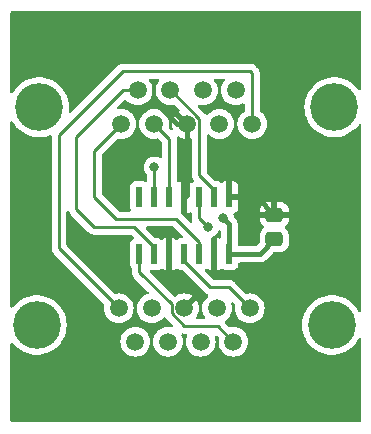
<source format=gtl>
%TF.GenerationSoftware,KiCad,Pcbnew,7.0.1-0*%
%TF.CreationDate,2023-04-20T22:45:14-04:00*%
%TF.ProjectId,Mousy,4d6f7573-792e-46b6-9963-61645f706362,rev?*%
%TF.SameCoordinates,Original*%
%TF.FileFunction,Copper,L1,Top*%
%TF.FilePolarity,Positive*%
%FSLAX46Y46*%
G04 Gerber Fmt 4.6, Leading zero omitted, Abs format (unit mm)*
G04 Created by KiCad (PCBNEW 7.0.1-0) date 2023-04-20 22:45:14*
%MOMM*%
%LPD*%
G01*
G04 APERTURE LIST*
G04 Aperture macros list*
%AMRoundRect*
0 Rectangle with rounded corners*
0 $1 Rounding radius*
0 $2 $3 $4 $5 $6 $7 $8 $9 X,Y pos of 4 corners*
0 Add a 4 corners polygon primitive as box body*
4,1,4,$2,$3,$4,$5,$6,$7,$8,$9,$2,$3,0*
0 Add four circle primitives for the rounded corners*
1,1,$1+$1,$2,$3*
1,1,$1+$1,$4,$5*
1,1,$1+$1,$6,$7*
1,1,$1+$1,$8,$9*
0 Add four rect primitives between the rounded corners*
20,1,$1+$1,$2,$3,$4,$5,0*
20,1,$1+$1,$4,$5,$6,$7,0*
20,1,$1+$1,$6,$7,$8,$9,0*
20,1,$1+$1,$8,$9,$2,$3,0*%
G04 Aperture macros list end*
%TA.AperFunction,SMDPad,CuDef*%
%ADD10R,0.508000X1.676400*%
%TD*%
%TA.AperFunction,ComponentPad*%
%ADD11C,1.498600*%
%TD*%
%TA.AperFunction,ComponentPad*%
%ADD12C,4.048000*%
%TD*%
%TA.AperFunction,SMDPad,CuDef*%
%ADD13RoundRect,0.250000X0.475000X-0.337500X0.475000X0.337500X-0.475000X0.337500X-0.475000X-0.337500X0*%
%TD*%
%TA.AperFunction,ViaPad*%
%ADD14C,0.800000*%
%TD*%
%TA.AperFunction,Conductor*%
%ADD15C,0.400000*%
%TD*%
%TA.AperFunction,Conductor*%
%ADD16C,0.250000*%
%TD*%
G04 APERTURE END LIST*
D10*
%TO.P,U1,1*%
%TO.N,GND*%
X196850000Y-71120000D03*
%TO.P,U1,2*%
%TO.N,/YDIR_IN*%
X195580000Y-71120000D03*
%TO.P,U1,3*%
%TO.N,/YDIR_OUT*%
X194310000Y-71120000D03*
%TO.P,U1,4*%
%TO.N,GND*%
X193040000Y-71120000D03*
%TO.P,U1,5*%
%TO.N,/XDIR_IN*%
X191770000Y-71120000D03*
%TO.P,U1,6*%
%TO.N,/XDIR_OUT*%
X190500000Y-71120000D03*
%TO.P,U1,7*%
%TO.N,N/C*%
X189230000Y-71120000D03*
%TO.P,U1,8*%
%TO.N,/YMOVE_OUT*%
X189230000Y-75946000D03*
%TO.P,U1,9*%
%TO.N,/YMOVE_IN*%
X190500000Y-75946000D03*
%TO.P,U1,10*%
%TO.N,GND*%
X191770000Y-75946000D03*
%TO.P,U1,11*%
%TO.N,/XMOVE_OUT*%
X193040000Y-75946000D03*
%TO.P,U1,12*%
%TO.N,/XMOVE_IN*%
X194310000Y-75946000D03*
%TO.P,U1,13*%
%TO.N,GND*%
X195580000Y-75946000D03*
%TO.P,U1,14*%
%TO.N,N/C*%
X196850000Y-75946000D03*
%TD*%
D11*
%TO.P,J2,1,1*%
%TO.N,/MOUSE_ID*%
X198784999Y-64920000D03*
%TO.P,J2,2,2*%
%TO.N,VCC*%
X196015000Y-64920000D03*
%TO.P,J2,3,3*%
%TO.N,GND*%
X193245000Y-64920000D03*
%TO.P,J2,4,4*%
%TO.N,/XDIR_IN*%
X190475000Y-64920000D03*
%TO.P,J2,5,5*%
%TO.N,/XMOVE_IN*%
X187705001Y-64920000D03*
%TO.P,J2,6,6*%
%TO.N,unconnected-(J2-Pad6)*%
X197400001Y-62080001D03*
%TO.P,J2,7,7*%
%TO.N,/BUTTON*%
X194630001Y-62080001D03*
%TO.P,J2,8,8*%
%TO.N,/YDIR_IN*%
X191860002Y-62080001D03*
%TO.P,J2,9,9*%
%TO.N,/YMOVE_IN*%
X189090002Y-62080001D03*
D12*
%TO.P,J2,10*%
%TO.N,N/C*%
X180750000Y-63500000D03*
%TO.P,J2,11*%
X205740000Y-63500000D03*
%TD*%
D13*
%TO.P,C1,1*%
%TO.N,VCC*%
X200660000Y-74697500D03*
%TO.P,C1,2*%
%TO.N,GND*%
X200660000Y-72622500D03*
%TD*%
D11*
%TO.P,J1,1,1*%
%TO.N,/MOUSE_ID*%
X187500001Y-80520002D03*
%TO.P,J1,2,2*%
%TO.N,VCC*%
X190270000Y-80520002D03*
%TO.P,J1,3,3*%
%TO.N,GND*%
X193040000Y-80520002D03*
%TO.P,J1,4,4*%
%TO.N,/XDIR_OUT*%
X195810000Y-80520002D03*
%TO.P,J1,5,5*%
%TO.N,/XMOVE_OUT*%
X198579999Y-80520002D03*
%TO.P,J1,6,6*%
%TO.N,unconnected-(J1-Pad6)*%
X188884999Y-83360001D03*
%TO.P,J1,7,7*%
%TO.N,/BUTTON*%
X191654999Y-83360001D03*
%TO.P,J1,8,8*%
%TO.N,/YDIR_OUT*%
X194424998Y-83360001D03*
%TO.P,J1,9,9*%
%TO.N,/YMOVE_OUT*%
X197194998Y-83360001D03*
D12*
%TO.P,J1,10*%
%TO.N,N/C*%
X205535000Y-81940002D03*
%TO.P,J1,11*%
X180545000Y-81940002D03*
%TD*%
D14*
%TO.N,GND*%
X190754000Y-63246000D03*
X190754000Y-58674000D03*
%TO.N,VCC*%
X196342000Y-72898000D03*
%TO.N,GND*%
X190246000Y-85344000D03*
X191770000Y-78232000D03*
%TO.N,/XDIR_OUT*%
X190500000Y-68580000D03*
%TO.N,/YDIR_OUT*%
X195072000Y-73660000D03*
%TD*%
D15*
%TO.N,GND*%
X193245000Y-64920000D02*
X192428000Y-64920000D01*
X192428000Y-64920000D02*
X190754000Y-63246000D01*
%TO.N,VCC*%
X199411500Y-75946000D02*
X196850000Y-75946000D01*
X196850000Y-73406000D02*
X196850000Y-75946000D01*
X196342000Y-72898000D02*
X196850000Y-73406000D01*
X200660000Y-74697500D02*
X199411500Y-75946000D01*
%TO.N,GND*%
X193040000Y-65125000D02*
X193245000Y-64920000D01*
X193245000Y-64920000D02*
X193245000Y-70915000D01*
X193245000Y-70915000D02*
X193040000Y-71120000D01*
X200660000Y-72622500D02*
X199157500Y-71120000D01*
X199157500Y-71120000D02*
X196850000Y-71120000D01*
X191770000Y-75946000D02*
X191770000Y-78232000D01*
D16*
%TO.N,/MOUSE_ID*%
X198784999Y-64920000D02*
X198784999Y-60608999D01*
X187831604Y-60452000D02*
X182430000Y-65853604D01*
X198784999Y-60608999D02*
X198628000Y-60452000D01*
X182430000Y-65853604D02*
X182430000Y-75450001D01*
X182430000Y-75450001D02*
X187500001Y-80520002D01*
X198628000Y-60452000D02*
X187831604Y-60452000D01*
%TO.N,/XDIR_OUT*%
X190500000Y-71120000D02*
X190500000Y-68580000D01*
%TO.N,/XMOVE_OUT*%
X195249800Y-78740000D02*
X196799997Y-78740000D01*
X193040000Y-76530200D02*
X195249800Y-78740000D01*
X193040000Y-75946000D02*
X193040000Y-76530200D01*
X196799997Y-78740000D02*
X198579999Y-80520002D01*
%TO.N,/YDIR_OUT*%
X195072000Y-73660000D02*
X194310000Y-72898000D01*
X194310000Y-72898000D02*
X194310000Y-71120000D01*
%TO.N,/YMOVE_OUT*%
X189230000Y-75946000D02*
X189230000Y-77470000D01*
X191965700Y-80205700D02*
X191965700Y-80964992D01*
X195876997Y-82042000D02*
X197194998Y-83360001D01*
X193042708Y-82042000D02*
X195876997Y-82042000D01*
X191965700Y-80964992D02*
X193042708Y-82042000D01*
X189230000Y-77470000D02*
X191965700Y-80205700D01*
%TO.N,/XDIR_IN*%
X191770000Y-66215000D02*
X190475000Y-64920000D01*
X191770000Y-71120000D02*
X191770000Y-66215000D01*
%TO.N,/XMOVE_IN*%
X185420000Y-71120000D02*
X185420000Y-67205001D01*
X194310000Y-75946000D02*
X194310000Y-74930000D01*
X192349000Y-72969000D02*
X187269000Y-72969000D01*
X194310000Y-74930000D02*
X192349000Y-72969000D01*
X185420000Y-67205001D02*
X187705001Y-64920000D01*
X187269000Y-72969000D02*
X185420000Y-71120000D01*
%TO.N,/YDIR_IN*%
X195580000Y-70535800D02*
X194319300Y-69275100D01*
X191924291Y-62080001D02*
X191860002Y-62080001D01*
X194319300Y-69275100D02*
X194319300Y-64475010D01*
X195580000Y-71120000D02*
X195580000Y-70535800D01*
X194319300Y-64475010D02*
X191924291Y-62080001D01*
%TO.N,/YMOVE_IN*%
X183896000Y-66040000D02*
X187855999Y-62080001D01*
X190500000Y-75946000D02*
X190500000Y-75361800D01*
X185420000Y-73660000D02*
X183896000Y-72136000D01*
X183896000Y-72136000D02*
X183896000Y-66040000D01*
X187855999Y-62080001D02*
X189090002Y-62080001D01*
X190500000Y-75361800D02*
X188798200Y-73660000D01*
X188798200Y-73660000D02*
X185420000Y-73660000D01*
%TD*%
%TA.AperFunction,Conductor*%
%TO.N,GND*%
G36*
X207964000Y-55388613D02*
G01*
X208009387Y-55434000D01*
X208026000Y-55496000D01*
X208026000Y-61963940D01*
X208009903Y-62025038D01*
X207965791Y-62070273D01*
X207905116Y-62087901D01*
X207843633Y-62073344D01*
X207797306Y-62030386D01*
X207786401Y-62013202D01*
X207583920Y-61768444D01*
X207583919Y-61768443D01*
X207352356Y-61550991D01*
X207095369Y-61364279D01*
X206817006Y-61211248D01*
X206521653Y-61094310D01*
X206213981Y-61015313D01*
X205898829Y-60975500D01*
X205898828Y-60975500D01*
X205581172Y-60975500D01*
X205581171Y-60975500D01*
X205266018Y-61015313D01*
X204958346Y-61094310D01*
X204662993Y-61211248D01*
X204384630Y-61364279D01*
X204127643Y-61550991D01*
X203896079Y-61768444D01*
X203693598Y-62013203D01*
X203523391Y-62281404D01*
X203388138Y-62568832D01*
X203289978Y-62870937D01*
X203230454Y-63182976D01*
X203210508Y-63500000D01*
X203230454Y-63817023D01*
X203230454Y-63817027D01*
X203230455Y-63817029D01*
X203233598Y-63833506D01*
X203289978Y-64129062D01*
X203388138Y-64431167D01*
X203523391Y-64718595D01*
X203595563Y-64832319D01*
X203693599Y-64986798D01*
X203818563Y-65137854D01*
X203896079Y-65231555D01*
X204127643Y-65449008D01*
X204384630Y-65635720D01*
X204549628Y-65726428D01*
X204662995Y-65788752D01*
X204958344Y-65905689D01*
X205266021Y-65984687D01*
X205527897Y-66017769D01*
X205581171Y-66024500D01*
X205581172Y-66024500D01*
X205898828Y-66024500D01*
X205898829Y-66024500D01*
X205944398Y-66018743D01*
X206213979Y-65984687D01*
X206521656Y-65905689D01*
X206817005Y-65788752D01*
X207095369Y-65635720D01*
X207095369Y-65635719D01*
X207352356Y-65449008D01*
X207462133Y-65345921D01*
X207583920Y-65231556D01*
X207786401Y-64986798D01*
X207797306Y-64969613D01*
X207843633Y-64926656D01*
X207905116Y-64912099D01*
X207965791Y-64929727D01*
X208009903Y-64974962D01*
X208026000Y-65036060D01*
X208026000Y-80749774D01*
X208008333Y-80813565D01*
X207960367Y-80859178D01*
X207895770Y-80873617D01*
X207832947Y-80852768D01*
X207789801Y-80802570D01*
X207759347Y-80737853D01*
X207751610Y-80721410D01*
X207751609Y-80721409D01*
X207751608Y-80721406D01*
X207623792Y-80520002D01*
X207581401Y-80453204D01*
X207378920Y-80208446D01*
X207313035Y-80146576D01*
X207147356Y-79990993D01*
X206890369Y-79804281D01*
X206612006Y-79651250D01*
X206316653Y-79534312D01*
X206008981Y-79455315D01*
X205693829Y-79415502D01*
X205693828Y-79415502D01*
X205376172Y-79415502D01*
X205376171Y-79415502D01*
X205061018Y-79455315D01*
X204753346Y-79534312D01*
X204457993Y-79651250D01*
X204179630Y-79804281D01*
X203922643Y-79990993D01*
X203691079Y-80208446D01*
X203488598Y-80453205D01*
X203318391Y-80721406D01*
X203183138Y-81008834D01*
X203084978Y-81310939D01*
X203025454Y-81622978D01*
X203005508Y-81940002D01*
X203025454Y-82257025D01*
X203084978Y-82569064D01*
X203183138Y-82871169D01*
X203318391Y-83158597D01*
X203446206Y-83360000D01*
X203488599Y-83426800D01*
X203517544Y-83461788D01*
X203691079Y-83671557D01*
X203922643Y-83889010D01*
X204179630Y-84075722D01*
X204344626Y-84166429D01*
X204457995Y-84228754D01*
X204753344Y-84345691D01*
X205061021Y-84424689D01*
X205322897Y-84457771D01*
X205376171Y-84464502D01*
X205376172Y-84464502D01*
X205693828Y-84464502D01*
X205693829Y-84464502D01*
X205739398Y-84458745D01*
X206008979Y-84424689D01*
X206316656Y-84345691D01*
X206612005Y-84228754D01*
X206890369Y-84075722D01*
X207012092Y-83987285D01*
X207147356Y-83889010D01*
X207253759Y-83789091D01*
X207378920Y-83671558D01*
X207581401Y-83426800D01*
X207751610Y-83158594D01*
X207789800Y-83077434D01*
X207832947Y-83027236D01*
X207895770Y-83006387D01*
X207960367Y-83020826D01*
X208008333Y-83066439D01*
X208026000Y-83130230D01*
X208026000Y-90046000D01*
X208009387Y-90108000D01*
X207964000Y-90153387D01*
X207902000Y-90170000D01*
X178432000Y-90170000D01*
X178370000Y-90153387D01*
X178324613Y-90108000D01*
X178308000Y-90046000D01*
X178308000Y-83540828D01*
X178322596Y-83482461D01*
X178362948Y-83437834D01*
X178419555Y-83417454D01*
X178479093Y-83426119D01*
X178527544Y-83461788D01*
X178701079Y-83671557D01*
X178932643Y-83889010D01*
X179189630Y-84075722D01*
X179354626Y-84166429D01*
X179467995Y-84228754D01*
X179763344Y-84345691D01*
X180071021Y-84424689D01*
X180332897Y-84457771D01*
X180386171Y-84464502D01*
X180386172Y-84464502D01*
X180703828Y-84464502D01*
X180703829Y-84464502D01*
X180749398Y-84458745D01*
X181018979Y-84424689D01*
X181326656Y-84345691D01*
X181622005Y-84228754D01*
X181900369Y-84075722D01*
X182022092Y-83987285D01*
X182157356Y-83889010D01*
X182263759Y-83789091D01*
X182388920Y-83671558D01*
X182591401Y-83426800D01*
X182633794Y-83360000D01*
X187630424Y-83360000D01*
X187649484Y-83577852D01*
X187649485Y-83577855D01*
X187706085Y-83789091D01*
X187798506Y-83987288D01*
X187923940Y-84166426D01*
X188078574Y-84321060D01*
X188257712Y-84446494D01*
X188455909Y-84538915D01*
X188667145Y-84595515D01*
X188884999Y-84614575D01*
X189102853Y-84595515D01*
X189314089Y-84538915D01*
X189512286Y-84446494D01*
X189691424Y-84321060D01*
X189846058Y-84166426D01*
X189971492Y-83987288D01*
X190063913Y-83789091D01*
X190120513Y-83577855D01*
X190139573Y-83360001D01*
X190120513Y-83142147D01*
X190063913Y-82930911D01*
X189971492Y-82732714D01*
X189846058Y-82553576D01*
X189691424Y-82398942D01*
X189512286Y-82273508D01*
X189420903Y-82230895D01*
X189314090Y-82181087D01*
X189102850Y-82124486D01*
X188884999Y-82105426D01*
X188667147Y-82124486D01*
X188455907Y-82181087D01*
X188257714Y-82273507D01*
X188257712Y-82273508D01*
X188078574Y-82398942D01*
X188078570Y-82398945D01*
X187923943Y-82553572D01*
X187923940Y-82553575D01*
X187923940Y-82553576D01*
X187840907Y-82672160D01*
X187798505Y-82732716D01*
X187706085Y-82930909D01*
X187649484Y-83142149D01*
X187630424Y-83360000D01*
X182633794Y-83360000D01*
X182761610Y-83158594D01*
X182896861Y-82871170D01*
X182995022Y-82569061D01*
X183054545Y-82257031D01*
X183074491Y-81940002D01*
X183054545Y-81622973D01*
X182995022Y-81310943D01*
X182986394Y-81284390D01*
X182896861Y-81008834D01*
X182769347Y-80737853D01*
X182761610Y-80721410D01*
X182761609Y-80721409D01*
X182761608Y-80721406D01*
X182633792Y-80520002D01*
X182591401Y-80453204D01*
X182388920Y-80208446D01*
X182323035Y-80146576D01*
X182157356Y-79990993D01*
X181900369Y-79804281D01*
X181622006Y-79651250D01*
X181326653Y-79534312D01*
X181018981Y-79455315D01*
X180703829Y-79415502D01*
X180703828Y-79415502D01*
X180386172Y-79415502D01*
X180386171Y-79415502D01*
X180071018Y-79455315D01*
X179763346Y-79534312D01*
X179467993Y-79651250D01*
X179189630Y-79804281D01*
X178932643Y-79990993D01*
X178701079Y-80208446D01*
X178527544Y-80418216D01*
X178479093Y-80453885D01*
X178419555Y-80462550D01*
X178362948Y-80442170D01*
X178322596Y-80397543D01*
X178308000Y-80339176D01*
X178308000Y-64790246D01*
X178324097Y-64729148D01*
X178368209Y-64683913D01*
X178428884Y-64666285D01*
X178490367Y-64680842D01*
X178536696Y-64723803D01*
X178605563Y-64832319D01*
X178703599Y-64986798D01*
X178828563Y-65137854D01*
X178906079Y-65231555D01*
X179137643Y-65449008D01*
X179394630Y-65635720D01*
X179559628Y-65726428D01*
X179672995Y-65788752D01*
X179968344Y-65905689D01*
X180276021Y-65984687D01*
X180537897Y-66017769D01*
X180591171Y-66024500D01*
X180591172Y-66024500D01*
X180908828Y-66024500D01*
X180908829Y-66024500D01*
X180954398Y-66018743D01*
X181223979Y-65984687D01*
X181531656Y-65905689D01*
X181531655Y-65905689D01*
X181634853Y-65864831D01*
X181694107Y-65856872D01*
X181750198Y-65877565D01*
X181790087Y-65922100D01*
X181804500Y-65980123D01*
X181804500Y-75367257D01*
X181802235Y-75387763D01*
X181804439Y-75457874D01*
X181804500Y-75461769D01*
X181804500Y-75489350D01*
X181805003Y-75493335D01*
X181805918Y-75504968D01*
X181807290Y-75548627D01*
X181812879Y-75567861D01*
X181816825Y-75586917D01*
X181819335Y-75606793D01*
X181835414Y-75647405D01*
X181839197Y-75658452D01*
X181851382Y-75700392D01*
X181861580Y-75717636D01*
X181870136Y-75735101D01*
X181877514Y-75753733D01*
X181877515Y-75753734D01*
X181903180Y-75789060D01*
X181909593Y-75798823D01*
X181931826Y-75836417D01*
X181931829Y-75836420D01*
X181931830Y-75836421D01*
X181945995Y-75850586D01*
X181958627Y-75865376D01*
X181970406Y-75881588D01*
X182004058Y-75909427D01*
X182012699Y-75917290D01*
X186241984Y-80146576D01*
X186274078Y-80202162D01*
X186274078Y-80266348D01*
X186264486Y-80302145D01*
X186245426Y-80520002D01*
X186264486Y-80737853D01*
X186300863Y-80873617D01*
X186321087Y-80949092D01*
X186413508Y-81147289D01*
X186538942Y-81326427D01*
X186693576Y-81481061D01*
X186872714Y-81606495D01*
X187070911Y-81698916D01*
X187282147Y-81755516D01*
X187500001Y-81774576D01*
X187717855Y-81755516D01*
X187929091Y-81698916D01*
X188127288Y-81606495D01*
X188306426Y-81481061D01*
X188461060Y-81326427D01*
X188586494Y-81147289D01*
X188678915Y-80949092D01*
X188735515Y-80737856D01*
X188754575Y-80520002D01*
X188735515Y-80302148D01*
X188678915Y-80090912D01*
X188586494Y-79892715D01*
X188461060Y-79713577D01*
X188306426Y-79558943D01*
X188127288Y-79433509D01*
X188035905Y-79390896D01*
X187929092Y-79341088D01*
X187717852Y-79284487D01*
X187500001Y-79265427D01*
X187282144Y-79284487D01*
X187246347Y-79294079D01*
X187182161Y-79294079D01*
X187126575Y-79261985D01*
X183091819Y-75227229D01*
X183064939Y-75187001D01*
X183055500Y-75139548D01*
X183055500Y-72362324D01*
X183073977Y-72297201D01*
X183123903Y-72251487D01*
X183190397Y-72238804D01*
X183253644Y-72262932D01*
X183294794Y-72316682D01*
X183301415Y-72333407D01*
X183305197Y-72344451D01*
X183317382Y-72386391D01*
X183327580Y-72403635D01*
X183336136Y-72421100D01*
X183343514Y-72439732D01*
X183343515Y-72439733D01*
X183369180Y-72475059D01*
X183375593Y-72484822D01*
X183397826Y-72522416D01*
X183397829Y-72522419D01*
X183397830Y-72522420D01*
X183411995Y-72536585D01*
X183424627Y-72551375D01*
X183436406Y-72567587D01*
X183470058Y-72595426D01*
X183478699Y-72603289D01*
X184919196Y-74043787D01*
X184932096Y-74059888D01*
X184983223Y-74107900D01*
X184986019Y-74110610D01*
X185005529Y-74130120D01*
X185008711Y-74132588D01*
X185017571Y-74140155D01*
X185049417Y-74170061D01*
X185049418Y-74170062D01*
X185066970Y-74179711D01*
X185083238Y-74190397D01*
X185099064Y-74202673D01*
X185139146Y-74220017D01*
X185149633Y-74225155D01*
X185187907Y-74246197D01*
X185196410Y-74248379D01*
X185207308Y-74251178D01*
X185225713Y-74257478D01*
X185244104Y-74265437D01*
X185287250Y-74272270D01*
X185298668Y-74274635D01*
X185340981Y-74285500D01*
X185361016Y-74285500D01*
X185380415Y-74287027D01*
X185400196Y-74290160D01*
X185443674Y-74286050D01*
X185455344Y-74285500D01*
X188487748Y-74285500D01*
X188535201Y-74294939D01*
X188575429Y-74321819D01*
X188737675Y-74484065D01*
X188771160Y-74545387D01*
X188766176Y-74615079D01*
X188724306Y-74671012D01*
X188618454Y-74750253D01*
X188532204Y-74865468D01*
X188481909Y-75000316D01*
X188475500Y-75059930D01*
X188475500Y-76832069D01*
X188481909Y-76891684D01*
X188532204Y-77026532D01*
X188579767Y-77090068D01*
X188598154Y-77125219D01*
X188604500Y-77164378D01*
X188604500Y-77387256D01*
X188602235Y-77407762D01*
X188604439Y-77477873D01*
X188604500Y-77481768D01*
X188604500Y-77509349D01*
X188605003Y-77513334D01*
X188605918Y-77524967D01*
X188607290Y-77568626D01*
X188612879Y-77587860D01*
X188616825Y-77606916D01*
X188619335Y-77626792D01*
X188635414Y-77667404D01*
X188639197Y-77678451D01*
X188651382Y-77720391D01*
X188661580Y-77737635D01*
X188670136Y-77755100D01*
X188677514Y-77773732D01*
X188677515Y-77773733D01*
X188703180Y-77809059D01*
X188709593Y-77818822D01*
X188731826Y-77856416D01*
X188731829Y-77856419D01*
X188731830Y-77856420D01*
X188745995Y-77870585D01*
X188758627Y-77885375D01*
X188770406Y-77901587D01*
X188804058Y-77929426D01*
X188812698Y-77937288D01*
X189985259Y-79109850D01*
X190017352Y-79165435D01*
X190017352Y-79229622D01*
X189985259Y-79285210D01*
X189929672Y-79317304D01*
X189883179Y-79329761D01*
X189840910Y-79341088D01*
X189642713Y-79433509D01*
X189492809Y-79538473D01*
X189463571Y-79558946D01*
X189308944Y-79713573D01*
X189308941Y-79713576D01*
X189308941Y-79713577D01*
X189245430Y-79804281D01*
X189183506Y-79892717D01*
X189091086Y-80090910D01*
X189034485Y-80302150D01*
X189015425Y-80520002D01*
X189034485Y-80737853D01*
X189070862Y-80873617D01*
X189091086Y-80949092D01*
X189183507Y-81147289D01*
X189308941Y-81326427D01*
X189463575Y-81481061D01*
X189642713Y-81606495D01*
X189840910Y-81698916D01*
X190052146Y-81755516D01*
X190270000Y-81774576D01*
X190487854Y-81755516D01*
X190699090Y-81698916D01*
X190897287Y-81606495D01*
X191076425Y-81481061D01*
X191231059Y-81326427D01*
X191240883Y-81312396D01*
X191287318Y-81272454D01*
X191347213Y-81259612D01*
X191405947Y-81277009D01*
X191449187Y-81320398D01*
X191467527Y-81351409D01*
X191467529Y-81351411D01*
X191467530Y-81351412D01*
X191481695Y-81365577D01*
X191494327Y-81380367D01*
X191506106Y-81396579D01*
X191539758Y-81424418D01*
X191548399Y-81432281D01*
X192047979Y-81931862D01*
X192080073Y-81987450D01*
X192080073Y-82051637D01*
X192047979Y-82107224D01*
X191992392Y-82139318D01*
X191928205Y-82139318D01*
X191872852Y-82124486D01*
X191654999Y-82105426D01*
X191437147Y-82124486D01*
X191225907Y-82181087D01*
X191027714Y-82273507D01*
X191027712Y-82273508D01*
X190848574Y-82398942D01*
X190848570Y-82398945D01*
X190693943Y-82553572D01*
X190693940Y-82553575D01*
X190693940Y-82553576D01*
X190610907Y-82672160D01*
X190568505Y-82732716D01*
X190476085Y-82930909D01*
X190419484Y-83142149D01*
X190400424Y-83360000D01*
X190419484Y-83577852D01*
X190419485Y-83577855D01*
X190476085Y-83789091D01*
X190568506Y-83987288D01*
X190693940Y-84166426D01*
X190848574Y-84321060D01*
X191027712Y-84446494D01*
X191225909Y-84538915D01*
X191437145Y-84595515D01*
X191654999Y-84614575D01*
X191872853Y-84595515D01*
X192084089Y-84538915D01*
X192282286Y-84446494D01*
X192461424Y-84321060D01*
X192616058Y-84166426D01*
X192741492Y-83987288D01*
X192833913Y-83789091D01*
X192890513Y-83577855D01*
X192909573Y-83360001D01*
X192890513Y-83142147D01*
X192833913Y-82930911D01*
X192787586Y-82831564D01*
X192776988Y-82763298D01*
X192804564Y-82699953D01*
X192861755Y-82661196D01*
X192930806Y-82659057D01*
X192963689Y-82667500D01*
X192983724Y-82667500D01*
X193003123Y-82669027D01*
X193022904Y-82672160D01*
X193066382Y-82668050D01*
X193078052Y-82667500D01*
X193174274Y-82667500D01*
X193233917Y-82682786D01*
X193278855Y-82724875D01*
X193298009Y-82783390D01*
X193286656Y-82843905D01*
X193246084Y-82930910D01*
X193189483Y-83142149D01*
X193170423Y-83360000D01*
X193189483Y-83577852D01*
X193189484Y-83577855D01*
X193246084Y-83789091D01*
X193338505Y-83987288D01*
X193463939Y-84166426D01*
X193618573Y-84321060D01*
X193797711Y-84446494D01*
X193995908Y-84538915D01*
X194207144Y-84595515D01*
X194424998Y-84614575D01*
X194642852Y-84595515D01*
X194854088Y-84538915D01*
X195052285Y-84446494D01*
X195231423Y-84321060D01*
X195386057Y-84166426D01*
X195511491Y-83987288D01*
X195603912Y-83789091D01*
X195660512Y-83577855D01*
X195679572Y-83360001D01*
X195660512Y-83142147D01*
X195622148Y-82998969D01*
X195622148Y-82934786D01*
X195654242Y-82879198D01*
X195709829Y-82847104D01*
X195774016Y-82847104D01*
X195829604Y-82879198D01*
X195936981Y-82986575D01*
X195969075Y-83042161D01*
X195969075Y-83106347D01*
X195959483Y-83142144D01*
X195940423Y-83360001D01*
X195959483Y-83577852D01*
X195959484Y-83577855D01*
X196016084Y-83789091D01*
X196108505Y-83987288D01*
X196233939Y-84166426D01*
X196388573Y-84321060D01*
X196567711Y-84446494D01*
X196765908Y-84538915D01*
X196977144Y-84595515D01*
X197194998Y-84614575D01*
X197412852Y-84595515D01*
X197624088Y-84538915D01*
X197822285Y-84446494D01*
X198001423Y-84321060D01*
X198156057Y-84166426D01*
X198281491Y-83987288D01*
X198373912Y-83789091D01*
X198430512Y-83577855D01*
X198449572Y-83360001D01*
X198430512Y-83142147D01*
X198373912Y-82930911D01*
X198281491Y-82732714D01*
X198156057Y-82553576D01*
X198001423Y-82398942D01*
X197822285Y-82273508D01*
X197730902Y-82230895D01*
X197624089Y-82181087D01*
X197412849Y-82124486D01*
X197194998Y-82105426D01*
X196977141Y-82124486D01*
X196941344Y-82134078D01*
X196877158Y-82134078D01*
X196821572Y-82101984D01*
X196476375Y-81756787D01*
X196447534Y-81711517D01*
X196440528Y-81658299D01*
X196456669Y-81607106D01*
X196492929Y-81567533D01*
X196616425Y-81481061D01*
X196771059Y-81326427D01*
X196896493Y-81147289D01*
X196988914Y-80949092D01*
X197045514Y-80737856D01*
X197064574Y-80520002D01*
X197045514Y-80302148D01*
X197007151Y-80158974D01*
X197007151Y-80094789D01*
X197039245Y-80039201D01*
X197094832Y-80007107D01*
X197159020Y-80007107D01*
X197214607Y-80039201D01*
X197321982Y-80146576D01*
X197354076Y-80202162D01*
X197354076Y-80266348D01*
X197344484Y-80302145D01*
X197325424Y-80520002D01*
X197344484Y-80737853D01*
X197380861Y-80873617D01*
X197401085Y-80949092D01*
X197493506Y-81147289D01*
X197618940Y-81326427D01*
X197773574Y-81481061D01*
X197952712Y-81606495D01*
X198150909Y-81698916D01*
X198362145Y-81755516D01*
X198579999Y-81774576D01*
X198797853Y-81755516D01*
X199009089Y-81698916D01*
X199207286Y-81606495D01*
X199386424Y-81481061D01*
X199541058Y-81326427D01*
X199666492Y-81147289D01*
X199758913Y-80949092D01*
X199815513Y-80737856D01*
X199834573Y-80520002D01*
X199815513Y-80302148D01*
X199758913Y-80090912D01*
X199666492Y-79892715D01*
X199541058Y-79713577D01*
X199386424Y-79558943D01*
X199207286Y-79433509D01*
X199115903Y-79390896D01*
X199009090Y-79341088D01*
X198797850Y-79284487D01*
X198579999Y-79265427D01*
X198362142Y-79284487D01*
X198326345Y-79294079D01*
X198262159Y-79294079D01*
X198206573Y-79261985D01*
X197300799Y-78356211D01*
X197287903Y-78340113D01*
X197236772Y-78292098D01*
X197233975Y-78289387D01*
X197214467Y-78269879D01*
X197211287Y-78267412D01*
X197202421Y-78259839D01*
X197170579Y-78229938D01*
X197153021Y-78220285D01*
X197136761Y-78209604D01*
X197120933Y-78197327D01*
X197080848Y-78179980D01*
X197070358Y-78174841D01*
X197032088Y-78153802D01*
X197012688Y-78148821D01*
X196994281Y-78142519D01*
X196975894Y-78134562D01*
X196932755Y-78127729D01*
X196921321Y-78125361D01*
X196879016Y-78114500D01*
X196858981Y-78114500D01*
X196839583Y-78112973D01*
X196832159Y-78111797D01*
X196819802Y-78109840D01*
X196819801Y-78109840D01*
X196786748Y-78112964D01*
X196776322Y-78113950D01*
X196764653Y-78114500D01*
X195560253Y-78114500D01*
X195512800Y-78105061D01*
X195472572Y-78078181D01*
X194802324Y-77407933D01*
X194768839Y-77346610D01*
X194773823Y-77276919D01*
X194815692Y-77220987D01*
X194871108Y-77179503D01*
X194919057Y-77157605D01*
X194971774Y-77157605D01*
X195019727Y-77179504D01*
X195083911Y-77227552D01*
X195218624Y-77277797D01*
X195278176Y-77284200D01*
X195330000Y-77284200D01*
X195330000Y-74611378D01*
X195339029Y-74564927D01*
X195364802Y-74525241D01*
X195403564Y-74498099D01*
X195524730Y-74444151D01*
X195677870Y-74332889D01*
X195712041Y-74294939D01*
X195804533Y-74192216D01*
X195899179Y-74028284D01*
X195907568Y-74002463D01*
X195946460Y-73945238D01*
X196009959Y-73917760D01*
X196078297Y-73928584D01*
X196130197Y-73974340D01*
X196149500Y-74040782D01*
X196149500Y-74513234D01*
X196135376Y-74570709D01*
X196096220Y-74615090D01*
X196040954Y-74636267D01*
X195982167Y-74629416D01*
X195941377Y-74614202D01*
X195881824Y-74607800D01*
X195830000Y-74607800D01*
X195830000Y-77284200D01*
X195881824Y-77284200D01*
X195941375Y-77277797D01*
X196076089Y-77227552D01*
X196140271Y-77179505D01*
X196188224Y-77157605D01*
X196240941Y-77157605D01*
X196288891Y-77179503D01*
X196353669Y-77227996D01*
X196488517Y-77278291D01*
X196548127Y-77284700D01*
X197151872Y-77284699D01*
X197211483Y-77278291D01*
X197346331Y-77227996D01*
X197461546Y-77141746D01*
X197547796Y-77026531D01*
X197598091Y-76891683D01*
X197604500Y-76832073D01*
X197604500Y-76770500D01*
X197621113Y-76708500D01*
X197666500Y-76663113D01*
X197728500Y-76646500D01*
X199386579Y-76646500D01*
X199394066Y-76646726D01*
X199397206Y-76646915D01*
X199454106Y-76650358D01*
X199513282Y-76639513D01*
X199520681Y-76638387D01*
X199580372Y-76631140D01*
X199589835Y-76627550D01*
X199611458Y-76621522D01*
X199621432Y-76619695D01*
X199676308Y-76594996D01*
X199683173Y-76592152D01*
X199739430Y-76570818D01*
X199747770Y-76565060D01*
X199767319Y-76554035D01*
X199776557Y-76549878D01*
X199823913Y-76512775D01*
X199829920Y-76508355D01*
X199879429Y-76474183D01*
X199919323Y-76429150D01*
X199924424Y-76423731D01*
X200526338Y-75821818D01*
X200566566Y-75794938D01*
X200614019Y-75785499D01*
X201185009Y-75785499D01*
X201236402Y-75780248D01*
X201287797Y-75774999D01*
X201454334Y-75719814D01*
X201603656Y-75627712D01*
X201727712Y-75503656D01*
X201819814Y-75354334D01*
X201874999Y-75187797D01*
X201885500Y-75085009D01*
X201885499Y-74309992D01*
X201881887Y-74274637D01*
X201874999Y-74207203D01*
X201852783Y-74140161D01*
X201819814Y-74040666D01*
X201750682Y-73928584D01*
X201727711Y-73891342D01*
X201603659Y-73767290D01*
X201600345Y-73765246D01*
X201557163Y-73720138D01*
X201541440Y-73659704D01*
X201557164Y-73599271D01*
X201600348Y-73554164D01*
X201603348Y-73552313D01*
X201727316Y-73428345D01*
X201819357Y-73279122D01*
X201874506Y-73112696D01*
X201885000Y-73009979D01*
X201885000Y-72872500D01*
X199435001Y-72872500D01*
X199435001Y-73009979D01*
X199445493Y-73112695D01*
X199500642Y-73279122D01*
X199592683Y-73428345D01*
X199716654Y-73552316D01*
X199719656Y-73554168D01*
X199762835Y-73599274D01*
X199778558Y-73659704D01*
X199762837Y-73720135D01*
X199719659Y-73765242D01*
X199716344Y-73767286D01*
X199592288Y-73891342D01*
X199500186Y-74040665D01*
X199445000Y-74207202D01*
X199434500Y-74309991D01*
X199434500Y-74880980D01*
X199425061Y-74928433D01*
X199398181Y-74968661D01*
X199157662Y-75209181D01*
X199117434Y-75236061D01*
X199069981Y-75245500D01*
X197728499Y-75245500D01*
X197666499Y-75228887D01*
X197621112Y-75183500D01*
X197604499Y-75121500D01*
X197604499Y-75059930D01*
X197604499Y-75059927D01*
X197598091Y-75000317D01*
X197558318Y-74893680D01*
X197550500Y-74850347D01*
X197550500Y-73430909D01*
X197550726Y-73423422D01*
X197550780Y-73422521D01*
X197554357Y-73363394D01*
X197543509Y-73304201D01*
X197542392Y-73296856D01*
X197535140Y-73237128D01*
X197535139Y-73237125D01*
X197531546Y-73227650D01*
X197525519Y-73206029D01*
X197523694Y-73196068D01*
X197499012Y-73141228D01*
X197496151Y-73134322D01*
X197474818Y-73078070D01*
X197469058Y-73069726D01*
X197458033Y-73050178D01*
X197453877Y-73040943D01*
X197416790Y-72993606D01*
X197412354Y-72987577D01*
X197378183Y-72938071D01*
X197333153Y-72898178D01*
X197327716Y-72893059D01*
X197268503Y-72833846D01*
X197244263Y-72799548D01*
X197232864Y-72759130D01*
X197227674Y-72709744D01*
X197187869Y-72587240D01*
X197184155Y-72524876D01*
X197211320Y-72468616D01*
X197262468Y-72432741D01*
X197346088Y-72401552D01*
X197384896Y-72372500D01*
X199435000Y-72372500D01*
X200410000Y-72372500D01*
X200410000Y-71535001D01*
X200135021Y-71535001D01*
X200032304Y-71545493D01*
X199865877Y-71600642D01*
X199716654Y-71692683D01*
X199592683Y-71816654D01*
X199500642Y-71965877D01*
X199445493Y-72132303D01*
X199435000Y-72235021D01*
X199435000Y-72372500D01*
X197384896Y-72372500D01*
X197461188Y-72315388D01*
X197547352Y-72200289D01*
X197597597Y-72065575D01*
X197604000Y-72006024D01*
X197604000Y-71535000D01*
X200910000Y-71535000D01*
X200910000Y-72372500D01*
X201884999Y-72372500D01*
X201884999Y-72235021D01*
X201874506Y-72132304D01*
X201819357Y-71965877D01*
X201727316Y-71816654D01*
X201603345Y-71692683D01*
X201454122Y-71600642D01*
X201287696Y-71545493D01*
X201184979Y-71535000D01*
X200910000Y-71535000D01*
X197604000Y-71535000D01*
X197604000Y-71370000D01*
X196724000Y-71370000D01*
X196662000Y-71353387D01*
X196616613Y-71308000D01*
X196600000Y-71246000D01*
X196600000Y-69781800D01*
X197100000Y-69781800D01*
X197100000Y-70870000D01*
X197604000Y-70870000D01*
X197604000Y-70233976D01*
X197597597Y-70174424D01*
X197547352Y-70039710D01*
X197461188Y-69924611D01*
X197346089Y-69838447D01*
X197211375Y-69788202D01*
X197151824Y-69781800D01*
X197100000Y-69781800D01*
X196600000Y-69781800D01*
X196548176Y-69781800D01*
X196488624Y-69788202D01*
X196353911Y-69838447D01*
X196289728Y-69886495D01*
X196241775Y-69908394D01*
X196189059Y-69908394D01*
X196141107Y-69886495D01*
X196076331Y-69838004D01*
X195941483Y-69787709D01*
X195881873Y-69781300D01*
X195881869Y-69781300D01*
X195761452Y-69781300D01*
X195713999Y-69771861D01*
X195673771Y-69744981D01*
X194981119Y-69052328D01*
X194954239Y-69012100D01*
X194944800Y-68964647D01*
X194944800Y-65916646D01*
X194958315Y-65860351D01*
X194995915Y-65816328D01*
X195049402Y-65794173D01*
X195107118Y-65798715D01*
X195156481Y-65828965D01*
X195208575Y-65881059D01*
X195387713Y-66006493D01*
X195585910Y-66098914D01*
X195797146Y-66155514D01*
X196015000Y-66174574D01*
X196232854Y-66155514D01*
X196444090Y-66098914D01*
X196642287Y-66006493D01*
X196821425Y-65881059D01*
X196976059Y-65726425D01*
X197101493Y-65547287D01*
X197193914Y-65349090D01*
X197250514Y-65137854D01*
X197269574Y-64920000D01*
X197250514Y-64702146D01*
X197193914Y-64490910D01*
X197101493Y-64292713D01*
X196976059Y-64113575D01*
X196821425Y-63958941D01*
X196642287Y-63833507D01*
X196501177Y-63767706D01*
X196444091Y-63741086D01*
X196232851Y-63684485D01*
X196015000Y-63665425D01*
X195797148Y-63684485D01*
X195585908Y-63741086D01*
X195389499Y-63832674D01*
X195387713Y-63833507D01*
X195208575Y-63958941D01*
X195208571Y-63958944D01*
X195053943Y-64113572D01*
X195044115Y-64127608D01*
X194997674Y-64167551D01*
X194937779Y-64180389D01*
X194879047Y-64162991D01*
X194835811Y-64119603D01*
X194817470Y-64088589D01*
X194803305Y-64074424D01*
X194790669Y-64059630D01*
X194778895Y-64043424D01*
X194778894Y-64043423D01*
X194745235Y-64015578D01*
X194736605Y-64007724D01*
X194237020Y-63508139D01*
X194204926Y-63452551D01*
X194204926Y-63388364D01*
X194237020Y-63332776D01*
X194292608Y-63300683D01*
X194356793Y-63300683D01*
X194412147Y-63315515D01*
X194630001Y-63334575D01*
X194847855Y-63315515D01*
X195059091Y-63258915D01*
X195257288Y-63166494D01*
X195436426Y-63041060D01*
X195591060Y-62886426D01*
X195716494Y-62707288D01*
X195808915Y-62509091D01*
X195865515Y-62297855D01*
X195884575Y-62080001D01*
X195865515Y-61862147D01*
X195808915Y-61650911D01*
X195716494Y-61452714D01*
X195591060Y-61273576D01*
X195591055Y-61273571D01*
X195590392Y-61272624D01*
X195568233Y-61209610D01*
X195581978Y-61144243D01*
X195627639Y-61095491D01*
X195691967Y-61077500D01*
X196338035Y-61077500D01*
X196402363Y-61095491D01*
X196448024Y-61144243D01*
X196461769Y-61209610D01*
X196439610Y-61272624D01*
X196438946Y-61273571D01*
X196438942Y-61273576D01*
X196313778Y-61452329D01*
X196313507Y-61452716D01*
X196221087Y-61650909D01*
X196164486Y-61862149D01*
X196145426Y-62080001D01*
X196164486Y-62297852D01*
X196174095Y-62333715D01*
X196221087Y-62509091D01*
X196313508Y-62707288D01*
X196438942Y-62886426D01*
X196593576Y-63041060D01*
X196772714Y-63166494D01*
X196970911Y-63258915D01*
X197182147Y-63315515D01*
X197400001Y-63334575D01*
X197617855Y-63315515D01*
X197829091Y-63258915D01*
X197983094Y-63187101D01*
X198043609Y-63175749D01*
X198102124Y-63194903D01*
X198144213Y-63239841D01*
X198159499Y-63299484D01*
X198159499Y-63767706D01*
X198145488Y-63824963D01*
X198106625Y-63869278D01*
X197978574Y-63958941D01*
X197978570Y-63958944D01*
X197823943Y-64113571D01*
X197823940Y-64113574D01*
X197823940Y-64113575D01*
X197740564Y-64232649D01*
X197698505Y-64292715D01*
X197606085Y-64490908D01*
X197549484Y-64702148D01*
X197530424Y-64920000D01*
X197549484Y-65137851D01*
X197591169Y-65293425D01*
X197606085Y-65349090D01*
X197698506Y-65547287D01*
X197823940Y-65726425D01*
X197978574Y-65881059D01*
X198157712Y-66006493D01*
X198355909Y-66098914D01*
X198567145Y-66155514D01*
X198784999Y-66174574D01*
X199002853Y-66155514D01*
X199214089Y-66098914D01*
X199412286Y-66006493D01*
X199591424Y-65881059D01*
X199746058Y-65726425D01*
X199871492Y-65547287D01*
X199963913Y-65349090D01*
X200020513Y-65137854D01*
X200039573Y-64920000D01*
X200020513Y-64702146D01*
X199963913Y-64490910D01*
X199871492Y-64292713D01*
X199746058Y-64113575D01*
X199591424Y-63958941D01*
X199463372Y-63869278D01*
X199424510Y-63824963D01*
X199410499Y-63767706D01*
X199410499Y-60691740D01*
X199412762Y-60671236D01*
X199410560Y-60601144D01*
X199410499Y-60597250D01*
X199410499Y-60569656D01*
X199410499Y-60569649D01*
X199409994Y-60565652D01*
X199409079Y-60554022D01*
X199407708Y-60510372D01*
X199402119Y-60491139D01*
X199398173Y-60472081D01*
X199395663Y-60452207D01*
X199379587Y-60411605D01*
X199375803Y-60400551D01*
X199363618Y-60358612D01*
X199363617Y-60358611D01*
X199363617Y-60358609D01*
X199353416Y-60341360D01*
X199344859Y-60323894D01*
X199337485Y-60305267D01*
X199311812Y-60269931D01*
X199305401Y-60260171D01*
X199283168Y-60222577D01*
X199269005Y-60208414D01*
X199256368Y-60193619D01*
X199244594Y-60177413D01*
X199244593Y-60177412D01*
X199210934Y-60149567D01*
X199202304Y-60141713D01*
X199128802Y-60068211D01*
X199115906Y-60052113D01*
X199064775Y-60004098D01*
X199061978Y-60001387D01*
X199042470Y-59981879D01*
X199039290Y-59979412D01*
X199030424Y-59971839D01*
X198998582Y-59941938D01*
X198981024Y-59932285D01*
X198964764Y-59921604D01*
X198948936Y-59909327D01*
X198908851Y-59891980D01*
X198898361Y-59886841D01*
X198860091Y-59865802D01*
X198840691Y-59860821D01*
X198822284Y-59854519D01*
X198803897Y-59846562D01*
X198760758Y-59839729D01*
X198749324Y-59837361D01*
X198707019Y-59826500D01*
X198686984Y-59826500D01*
X198667586Y-59824973D01*
X198660162Y-59823797D01*
X198647805Y-59821840D01*
X198647804Y-59821840D01*
X198622468Y-59824235D01*
X198604325Y-59825950D01*
X198592656Y-59826500D01*
X187914348Y-59826500D01*
X187893840Y-59824235D01*
X187823717Y-59826439D01*
X187819823Y-59826500D01*
X187792254Y-59826500D01*
X187788275Y-59827002D01*
X187776645Y-59827917D01*
X187732976Y-59829289D01*
X187713732Y-59834880D01*
X187694688Y-59838824D01*
X187674812Y-59841335D01*
X187634204Y-59857413D01*
X187623158Y-59861194D01*
X187581214Y-59873382D01*
X187581211Y-59873383D01*
X187563969Y-59883579D01*
X187546508Y-59892133D01*
X187527871Y-59899512D01*
X187492535Y-59925185D01*
X187482778Y-59931595D01*
X187445184Y-59953829D01*
X187431017Y-59967996D01*
X187416228Y-59980626D01*
X187400017Y-59992404D01*
X187372176Y-60026058D01*
X187364315Y-60034697D01*
X183468548Y-63930463D01*
X183414711Y-63962074D01*
X183352295Y-63963445D01*
X183297121Y-63934229D01*
X183263176Y-63881833D01*
X183259414Y-63824837D01*
X183259055Y-63824815D01*
X183259229Y-63822035D01*
X183259065Y-63819543D01*
X183259545Y-63817029D01*
X183279491Y-63500000D01*
X183259545Y-63182971D01*
X183200022Y-62870941D01*
X183190134Y-62840510D01*
X183101861Y-62568832D01*
X182966608Y-62281404D01*
X182888478Y-62158293D01*
X182796401Y-62013202D01*
X182593920Y-61768444D01*
X182362356Y-61550991D01*
X182105369Y-61364279D01*
X181827006Y-61211248D01*
X181531653Y-61094310D01*
X181223981Y-61015313D01*
X180908829Y-60975500D01*
X180908828Y-60975500D01*
X180591172Y-60975500D01*
X180591171Y-60975500D01*
X180276018Y-61015313D01*
X179968346Y-61094310D01*
X179672993Y-61211248D01*
X179394630Y-61364279D01*
X179137643Y-61550991D01*
X178906079Y-61768444D01*
X178703598Y-62013203D01*
X178536696Y-62276197D01*
X178490367Y-62319158D01*
X178428884Y-62333715D01*
X178368209Y-62316087D01*
X178324097Y-62270852D01*
X178308000Y-62209754D01*
X178308000Y-55496000D01*
X178324613Y-55434000D01*
X178370000Y-55388613D01*
X178432000Y-55372000D01*
X207902000Y-55372000D01*
X207964000Y-55388613D01*
G37*
%TD.AperFunction*%
%TA.AperFunction,Conductor*%
G36*
X192086001Y-73603939D02*
G01*
X192126229Y-73630819D01*
X192891029Y-74395619D01*
X192921279Y-74444982D01*
X192925821Y-74502697D01*
X192903667Y-74556185D01*
X192859644Y-74593784D01*
X192803350Y-74607300D01*
X192738130Y-74607300D01*
X192678515Y-74613709D01*
X192543667Y-74664004D01*
X192478892Y-74712495D01*
X192430939Y-74734394D01*
X192378223Y-74734394D01*
X192330270Y-74712494D01*
X192266089Y-74664447D01*
X192131375Y-74614202D01*
X192071824Y-74607800D01*
X192020000Y-74607800D01*
X192020000Y-77284200D01*
X192071824Y-77284200D01*
X192131375Y-77277797D01*
X192266089Y-77227552D01*
X192330271Y-77179505D01*
X192378224Y-77157605D01*
X192430941Y-77157605D01*
X192478891Y-77179503D01*
X192543669Y-77227996D01*
X192678517Y-77278291D01*
X192738127Y-77284700D01*
X192858547Y-77284699D01*
X192905999Y-77294138D01*
X192946227Y-77321017D01*
X193855147Y-78229938D01*
X194748996Y-79123787D01*
X194761896Y-79139888D01*
X194813023Y-79187900D01*
X194815820Y-79190611D01*
X194835329Y-79210120D01*
X194838511Y-79212588D01*
X194847371Y-79220155D01*
X194879217Y-79250061D01*
X194879218Y-79250062D01*
X194896770Y-79259711D01*
X194913038Y-79270397D01*
X194928864Y-79282673D01*
X194968946Y-79300017D01*
X194979433Y-79305155D01*
X195021421Y-79328239D01*
X195066668Y-79370916D01*
X195085501Y-79430194D01*
X195073180Y-79491159D01*
X195032808Y-79538473D01*
X195003574Y-79558943D01*
X194848944Y-79713573D01*
X194848941Y-79713576D01*
X194848941Y-79713577D01*
X194785430Y-79804281D01*
X194723506Y-79892717D01*
X194631086Y-80090910D01*
X194574485Y-80302150D01*
X194555425Y-80520002D01*
X194574485Y-80737853D01*
X194631086Y-80949093D01*
X194723507Y-81147289D01*
X194775384Y-81221377D01*
X194797544Y-81284390D01*
X194783798Y-81349757D01*
X194738137Y-81398509D01*
X194673809Y-81416500D01*
X194175580Y-81416500D01*
X194111252Y-81398509D01*
X194065591Y-81349757D01*
X194051846Y-81284390D01*
X194074005Y-81221376D01*
X194126058Y-81147035D01*
X194218441Y-80948921D01*
X194275020Y-80737766D01*
X194294072Y-80520001D01*
X194275020Y-80302237D01*
X194218441Y-80091082D01*
X194126058Y-79892965D01*
X194082622Y-79830932D01*
X194082621Y-79830931D01*
X193127680Y-80785873D01*
X193072093Y-80817967D01*
X193007905Y-80817967D01*
X192952318Y-80785873D01*
X192774127Y-80607682D01*
X192742033Y-80552095D01*
X192742033Y-80487907D01*
X192774127Y-80432320D01*
X193729068Y-79477379D01*
X193667036Y-79433943D01*
X193468919Y-79341560D01*
X193257764Y-79284981D01*
X193040000Y-79265929D01*
X192822235Y-79284981D01*
X192611080Y-79341560D01*
X192412962Y-79433944D01*
X192301495Y-79511994D01*
X192248343Y-79533110D01*
X192191368Y-79528125D01*
X192142691Y-79498100D01*
X190140971Y-77496380D01*
X190110721Y-77447017D01*
X190106179Y-77389301D01*
X190128334Y-77335814D01*
X190172357Y-77298214D01*
X190228648Y-77284699D01*
X190801872Y-77284699D01*
X190861483Y-77278291D01*
X190996331Y-77227996D01*
X191061110Y-77179502D01*
X191109057Y-77157605D01*
X191161774Y-77157605D01*
X191209727Y-77179504D01*
X191273911Y-77227552D01*
X191408624Y-77277797D01*
X191468176Y-77284200D01*
X191520000Y-77284200D01*
X191520000Y-74607800D01*
X191468176Y-74607800D01*
X191408624Y-74614202D01*
X191273911Y-74664447D01*
X191209728Y-74712495D01*
X191161775Y-74734394D01*
X191109059Y-74734394D01*
X191061107Y-74712495D01*
X190996331Y-74664004D01*
X190861483Y-74613709D01*
X190801873Y-74607300D01*
X190801869Y-74607300D01*
X190681452Y-74607300D01*
X190633999Y-74597861D01*
X190593771Y-74570981D01*
X189828972Y-73806181D01*
X189798722Y-73756818D01*
X189794180Y-73699102D01*
X189816335Y-73645615D01*
X189860358Y-73608015D01*
X189916653Y-73594500D01*
X192038548Y-73594500D01*
X192086001Y-73603939D01*
G37*
%TD.AperFunction*%
%TA.AperFunction,Conductor*%
G36*
X192583389Y-65981847D02*
G01*
X192617965Y-66006058D01*
X192816080Y-66098441D01*
X193027235Y-66155020D01*
X193245000Y-66174072D01*
X193462764Y-66155020D01*
X193537706Y-66134940D01*
X193593991Y-66133098D01*
X193645286Y-66156339D01*
X193681012Y-66199871D01*
X193693800Y-66254715D01*
X193693800Y-69192356D01*
X193691535Y-69212862D01*
X193693739Y-69282973D01*
X193693800Y-69286868D01*
X193693800Y-69314449D01*
X193694303Y-69318434D01*
X193695218Y-69330067D01*
X193696590Y-69373726D01*
X193702179Y-69392960D01*
X193706125Y-69412016D01*
X193708635Y-69431892D01*
X193724714Y-69472504D01*
X193728497Y-69483551D01*
X193740682Y-69525491D01*
X193750880Y-69542735D01*
X193759436Y-69560200D01*
X193766814Y-69578832D01*
X193766815Y-69578833D01*
X193792480Y-69614159D01*
X193798893Y-69623922D01*
X193829103Y-69675003D01*
X193827455Y-69675977D01*
X193851160Y-69719389D01*
X193846176Y-69789080D01*
X193804305Y-69845014D01*
X193748893Y-69886495D01*
X193700940Y-69908394D01*
X193648223Y-69908394D01*
X193600270Y-69886494D01*
X193536089Y-69838447D01*
X193401375Y-69788202D01*
X193341824Y-69781800D01*
X193290000Y-69781800D01*
X193290000Y-72458200D01*
X193341824Y-72458200D01*
X193401375Y-72451797D01*
X193517166Y-72408610D01*
X193575953Y-72401759D01*
X193631220Y-72422936D01*
X193670376Y-72467317D01*
X193684500Y-72524792D01*
X193684500Y-72815256D01*
X193682235Y-72835762D01*
X193684439Y-72905873D01*
X193684500Y-72909768D01*
X193684500Y-72937349D01*
X193685003Y-72941334D01*
X193685918Y-72952967D01*
X193687290Y-72996626D01*
X193692879Y-73015860D01*
X193696825Y-73034916D01*
X193699335Y-73054792D01*
X193715414Y-73095404D01*
X193719197Y-73106453D01*
X193727027Y-73133403D01*
X193728247Y-73198080D01*
X193696728Y-73254571D01*
X193641047Y-73287501D01*
X193576360Y-73287907D01*
X193520271Y-73255680D01*
X192849802Y-72585211D01*
X192836905Y-72569113D01*
X192829115Y-72561797D01*
X192800198Y-72520652D01*
X192790000Y-72471406D01*
X192790000Y-69781800D01*
X192738176Y-69781800D01*
X192678624Y-69788202D01*
X192562834Y-69831390D01*
X192504047Y-69838241D01*
X192448780Y-69817064D01*
X192409624Y-69772683D01*
X192395500Y-69715208D01*
X192395500Y-66297744D01*
X192397764Y-66277236D01*
X192397056Y-66254715D01*
X192395561Y-66207113D01*
X192395500Y-66203219D01*
X192395500Y-66175654D01*
X192395500Y-66175650D01*
X192394997Y-66171670D01*
X192394081Y-66160028D01*
X192393939Y-66155514D01*
X192392710Y-66116373D01*
X192392709Y-66116372D01*
X192392218Y-66100714D01*
X192392558Y-66100703D01*
X192390992Y-66057555D01*
X192417666Y-66003251D01*
X192466859Y-65968033D01*
X192526862Y-65960283D01*
X192583389Y-65981847D01*
G37*
%TD.AperFunction*%
%TA.AperFunction,Conductor*%
G36*
X190862364Y-61095491D02*
G01*
X190908025Y-61144243D01*
X190921770Y-61209610D01*
X190899611Y-61272624D01*
X190898947Y-61273571D01*
X190898943Y-61273576D01*
X190773779Y-61452329D01*
X190773508Y-61452716D01*
X190681088Y-61650909D01*
X190624487Y-61862149D01*
X190605427Y-62080001D01*
X190624487Y-62297852D01*
X190634096Y-62333715D01*
X190681088Y-62509091D01*
X190773509Y-62707288D01*
X190898943Y-62886426D01*
X191053577Y-63041060D01*
X191232715Y-63166494D01*
X191430912Y-63258915D01*
X191642148Y-63315515D01*
X191860002Y-63334575D01*
X192077856Y-63315515D01*
X192164357Y-63292337D01*
X192228543Y-63292337D01*
X192284131Y-63324431D01*
X192616796Y-63657096D01*
X192645637Y-63702367D01*
X192652643Y-63755585D01*
X192636502Y-63806778D01*
X192600238Y-63846352D01*
X192555930Y-63877376D01*
X192555929Y-63877376D01*
X193510872Y-64832319D01*
X193542966Y-64887906D01*
X193542966Y-64952094D01*
X193510872Y-65007681D01*
X193332681Y-65185872D01*
X193277094Y-65217966D01*
X193212906Y-65217966D01*
X193157319Y-65185872D01*
X192202377Y-64230930D01*
X192158941Y-64292964D01*
X192066558Y-64491080D01*
X192009979Y-64702235D01*
X191990927Y-64919999D01*
X192009979Y-65137764D01*
X192048556Y-65281734D01*
X192048556Y-65345921D01*
X192016462Y-65401509D01*
X191960875Y-65433603D01*
X191896687Y-65433603D01*
X191841100Y-65401509D01*
X191733016Y-65293425D01*
X191700922Y-65237837D01*
X191700923Y-65173649D01*
X191710514Y-65137854D01*
X191729574Y-64920000D01*
X191710514Y-64702148D01*
X191710514Y-64702146D01*
X191653914Y-64490910D01*
X191561493Y-64292713D01*
X191436059Y-64113575D01*
X191281425Y-63958941D01*
X191102287Y-63833507D01*
X190961177Y-63767706D01*
X190904091Y-63741086D01*
X190692851Y-63684485D01*
X190475000Y-63665425D01*
X190257148Y-63684485D01*
X190045908Y-63741086D01*
X189849499Y-63832674D01*
X189847713Y-63833507D01*
X189668575Y-63958941D01*
X189668571Y-63958944D01*
X189513944Y-64113571D01*
X189513941Y-64113574D01*
X189513941Y-64113575D01*
X189430565Y-64232649D01*
X189388506Y-64292715D01*
X189296086Y-64490908D01*
X189239485Y-64702148D01*
X189220425Y-64920000D01*
X189239485Y-65137851D01*
X189281170Y-65293425D01*
X189296086Y-65349090D01*
X189388507Y-65547287D01*
X189513941Y-65726425D01*
X189668575Y-65881059D01*
X189847713Y-66006493D01*
X190045910Y-66098914D01*
X190257146Y-66155514D01*
X190475000Y-66174574D01*
X190692854Y-66155514D01*
X190728652Y-66145922D01*
X190792838Y-66145922D01*
X190848426Y-66178016D01*
X191108181Y-66437771D01*
X191135061Y-66477999D01*
X191144500Y-66525452D01*
X191144500Y-67691814D01*
X191126227Y-67756605D01*
X191076793Y-67802300D01*
X191010767Y-67815431D01*
X190965683Y-67798796D01*
X190964636Y-67801149D01*
X190779802Y-67718855D01*
X190594648Y-67679500D01*
X190594646Y-67679500D01*
X190405354Y-67679500D01*
X190405352Y-67679500D01*
X190220197Y-67718855D01*
X190047269Y-67795848D01*
X189894129Y-67907110D01*
X189767466Y-68047783D01*
X189672820Y-68211715D01*
X189614326Y-68391742D01*
X189594540Y-68580000D01*
X189614326Y-68768257D01*
X189672820Y-68948284D01*
X189767464Y-69112213D01*
X189767467Y-69112216D01*
X189842652Y-69195717D01*
X189866264Y-69234249D01*
X189874500Y-69278687D01*
X189874500Y-69714675D01*
X189860376Y-69772150D01*
X189821220Y-69816531D01*
X189765953Y-69837708D01*
X189707170Y-69830857D01*
X189591483Y-69787709D01*
X189531873Y-69781300D01*
X189531869Y-69781300D01*
X188928130Y-69781300D01*
X188868515Y-69787709D01*
X188733669Y-69838004D01*
X188618454Y-69924254D01*
X188532204Y-70039468D01*
X188481909Y-70174316D01*
X188475500Y-70233930D01*
X188475500Y-72006069D01*
X188481909Y-72065684D01*
X188523117Y-72176167D01*
X188529968Y-72234954D01*
X188508791Y-72290220D01*
X188464410Y-72329376D01*
X188406935Y-72343500D01*
X187579452Y-72343500D01*
X187531999Y-72334061D01*
X187491771Y-72307181D01*
X186081819Y-70897228D01*
X186054939Y-70857000D01*
X186045500Y-70809547D01*
X186045500Y-67515453D01*
X186054939Y-67468000D01*
X186081819Y-67427772D01*
X186675172Y-66834419D01*
X187331576Y-66178014D01*
X187387162Y-66145922D01*
X187451349Y-66145922D01*
X187487147Y-66155514D01*
X187705001Y-66174574D01*
X187922855Y-66155514D01*
X188134091Y-66098914D01*
X188332288Y-66006493D01*
X188511426Y-65881059D01*
X188666060Y-65726425D01*
X188791494Y-65547287D01*
X188883915Y-65349090D01*
X188940515Y-65137854D01*
X188959575Y-64920000D01*
X188940515Y-64702146D01*
X188883915Y-64490910D01*
X188791494Y-64292713D01*
X188666060Y-64113575D01*
X188511426Y-63958941D01*
X188332288Y-63833507D01*
X188191178Y-63767706D01*
X188134092Y-63741086D01*
X187922852Y-63684485D01*
X187705001Y-63665425D01*
X187487145Y-63684485D01*
X187454617Y-63693201D01*
X187390430Y-63693200D01*
X187334843Y-63661106D01*
X187302750Y-63605519D01*
X187302750Y-63541332D01*
X187334842Y-63485747D01*
X187944233Y-62876356D01*
X187989497Y-62847519D01*
X188042709Y-62840510D01*
X188093898Y-62856644D01*
X188119724Y-62880302D01*
X188121272Y-62878755D01*
X188128942Y-62886425D01*
X188128943Y-62886426D01*
X188283577Y-63041060D01*
X188462715Y-63166494D01*
X188660912Y-63258915D01*
X188872148Y-63315515D01*
X189090002Y-63334575D01*
X189307856Y-63315515D01*
X189519092Y-63258915D01*
X189717289Y-63166494D01*
X189896427Y-63041060D01*
X190051061Y-62886426D01*
X190176495Y-62707288D01*
X190268916Y-62509091D01*
X190325516Y-62297855D01*
X190344576Y-62080001D01*
X190325516Y-61862147D01*
X190268916Y-61650911D01*
X190176495Y-61452714D01*
X190051061Y-61273576D01*
X190051056Y-61273571D01*
X190050393Y-61272624D01*
X190028234Y-61209610D01*
X190041979Y-61144243D01*
X190087640Y-61095491D01*
X190151968Y-61077500D01*
X190798036Y-61077500D01*
X190862364Y-61095491D01*
G37*
%TD.AperFunction*%
%TD*%
M02*

</source>
